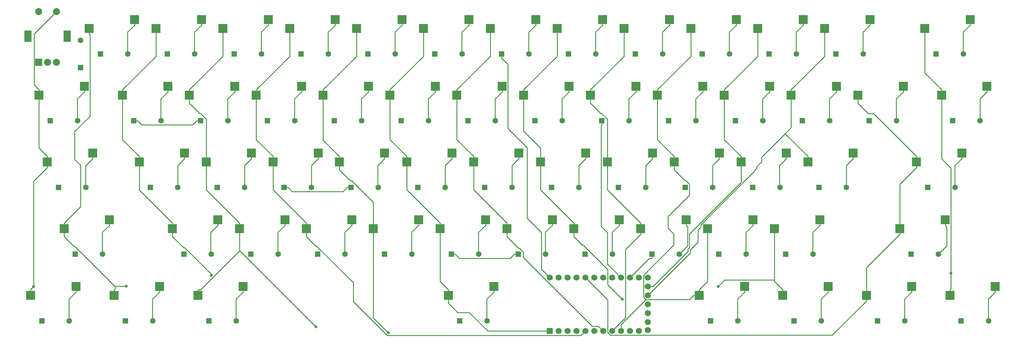
<source format=gbr>
%TF.GenerationSoftware,KiCad,Pcbnew,(5.1.9)-1*%
%TF.CreationDate,2021-02-15T21:30:29-05:00*%
%TF.ProjectId,60percent - Copy,36307065-7263-4656-9e74-202d20436f70,rev?*%
%TF.SameCoordinates,Original*%
%TF.FileFunction,Copper,L2,Bot*%
%TF.FilePolarity,Positive*%
%FSLAX46Y46*%
G04 Gerber Fmt 4.6, Leading zero omitted, Abs format (unit mm)*
G04 Created by KiCad (PCBNEW (5.1.9)-1) date 2021-02-15 21:30:29*
%MOMM*%
%LPD*%
G01*
G04 APERTURE LIST*
%TA.AperFunction,ComponentPad*%
%ADD10R,1.600000X1.600000*%
%TD*%
%TA.AperFunction,ComponentPad*%
%ADD11C,1.600000*%
%TD*%
%TA.AperFunction,SMDPad,CuDef*%
%ADD12R,2.550000X2.500000*%
%TD*%
%TA.AperFunction,ComponentPad*%
%ADD13C,2.000000*%
%TD*%
%TA.AperFunction,ComponentPad*%
%ADD14R,2.000000X3.200000*%
%TD*%
%TA.AperFunction,ComponentPad*%
%ADD15R,2.000000X2.000000*%
%TD*%
%TA.AperFunction,ComponentPad*%
%ADD16R,1.752600X1.752600*%
%TD*%
%TA.AperFunction,ComponentPad*%
%ADD17C,1.752600*%
%TD*%
%TA.AperFunction,ViaPad*%
%ADD18C,0.800000*%
%TD*%
%TA.AperFunction,Conductor*%
%ADD19C,0.250000*%
%TD*%
G04 APERTURE END LIST*
D10*
%TO.P,D1,1*%
%TO.N,/row0*%
X85725000Y-82480800D03*
D11*
%TO.P,D1,2*%
%TO.N,Net-(D1-Pad2)*%
X85725000Y-74680800D03*
%TD*%
D10*
%TO.P,D2,1*%
%TO.N,/row0*%
X91350000Y-78580800D03*
D11*
%TO.P,D2,2*%
%TO.N,Net-(D2-Pad2)*%
X99150000Y-78580800D03*
%TD*%
D10*
%TO.P,D3,1*%
%TO.N,/row0*%
X110400000Y-78580800D03*
D11*
%TO.P,D3,2*%
%TO.N,Net-(D3-Pad2)*%
X118200000Y-78580800D03*
%TD*%
%TO.P,D4,2*%
%TO.N,Net-(D4-Pad2)*%
X137250000Y-78580800D03*
D10*
%TO.P,D4,1*%
%TO.N,/row0*%
X129450000Y-78580800D03*
%TD*%
%TO.P,D5,1*%
%TO.N,/row0*%
X148500000Y-78580800D03*
D11*
%TO.P,D5,2*%
%TO.N,Net-(D5-Pad2)*%
X156300000Y-78580800D03*
%TD*%
D10*
%TO.P,D6,1*%
%TO.N,/row0*%
X167550000Y-78580800D03*
D11*
%TO.P,D6,2*%
%TO.N,Net-(D6-Pad2)*%
X175350000Y-78580800D03*
%TD*%
%TO.P,D7,2*%
%TO.N,Net-(D7-Pad2)*%
X194400000Y-78580800D03*
D10*
%TO.P,D7,1*%
%TO.N,/row0*%
X186600000Y-78580800D03*
%TD*%
%TO.P,D8,1*%
%TO.N,/row0*%
X205650000Y-78580800D03*
D11*
%TO.P,D8,2*%
%TO.N,Net-(D8-Pad2)*%
X213450000Y-78580800D03*
%TD*%
D10*
%TO.P,D9,1*%
%TO.N,/row0*%
X224700000Y-78580800D03*
D11*
%TO.P,D9,2*%
%TO.N,Net-(D9-Pad2)*%
X232500000Y-78580800D03*
%TD*%
%TO.P,D10,2*%
%TO.N,Net-(D10-Pad2)*%
X251550000Y-78580800D03*
D10*
%TO.P,D10,1*%
%TO.N,/row0*%
X243750000Y-78580800D03*
%TD*%
D11*
%TO.P,D11,2*%
%TO.N,Net-(D11-Pad2)*%
X270600000Y-78580800D03*
D10*
%TO.P,D11,1*%
%TO.N,/row0*%
X262800000Y-78580800D03*
%TD*%
%TO.P,D12,1*%
%TO.N,/row0*%
X281850000Y-78580800D03*
D11*
%TO.P,D12,2*%
%TO.N,Net-(D12-Pad2)*%
X289650000Y-78580800D03*
%TD*%
%TO.P,D13,2*%
%TO.N,Net-(D13-Pad2)*%
X308700000Y-78580800D03*
D10*
%TO.P,D13,1*%
%TO.N,/row0*%
X300900000Y-78580800D03*
%TD*%
D11*
%TO.P,D14,2*%
%TO.N,Net-(D14-Pad2)*%
X337276000Y-78580800D03*
D10*
%TO.P,D14,1*%
%TO.N,/row0*%
X329476000Y-78580800D03*
%TD*%
D11*
%TO.P,D15,2*%
%TO.N,Net-(D15-Pad2)*%
X84862500Y-97630800D03*
D10*
%TO.P,D15,1*%
%TO.N,/row1*%
X77062500Y-97630800D03*
%TD*%
D11*
%TO.P,D16,2*%
%TO.N,Net-(D16-Pad2)*%
X108675000Y-97630800D03*
D10*
%TO.P,D16,1*%
%TO.N,/row1*%
X100875000Y-97630800D03*
%TD*%
%TO.P,D17,1*%
%TO.N,/row1*%
X119925000Y-97630800D03*
D11*
%TO.P,D17,2*%
%TO.N,Net-(D17-Pad2)*%
X127725000Y-97630800D03*
%TD*%
%TO.P,D18,2*%
%TO.N,Net-(D18-Pad2)*%
X146775000Y-97630800D03*
D10*
%TO.P,D18,1*%
%TO.N,/row1*%
X138975000Y-97630800D03*
%TD*%
D11*
%TO.P,D19,2*%
%TO.N,Net-(D19-Pad2)*%
X165826000Y-97630800D03*
D10*
%TO.P,D19,1*%
%TO.N,/row1*%
X158026000Y-97630800D03*
%TD*%
%TO.P,D20,1*%
%TO.N,/row1*%
X177076000Y-97630800D03*
D11*
%TO.P,D20,2*%
%TO.N,Net-(D20-Pad2)*%
X184876000Y-97630800D03*
%TD*%
D10*
%TO.P,D21,1*%
%TO.N,/row1*%
X196126000Y-97630800D03*
D11*
%TO.P,D21,2*%
%TO.N,Net-(D21-Pad2)*%
X203926000Y-97630800D03*
%TD*%
D10*
%TO.P,D22,1*%
%TO.N,/row1*%
X215176000Y-97630800D03*
D11*
%TO.P,D22,2*%
%TO.N,Net-(D22-Pad2)*%
X222976000Y-97630800D03*
%TD*%
%TO.P,D23,2*%
%TO.N,Net-(D23-Pad2)*%
X242026000Y-97630800D03*
D10*
%TO.P,D23,1*%
%TO.N,/row1*%
X234226000Y-97630800D03*
%TD*%
%TO.P,D24,1*%
%TO.N,/row1*%
X253276000Y-97630800D03*
D11*
%TO.P,D24,2*%
%TO.N,Net-(D24-Pad2)*%
X261076000Y-97630800D03*
%TD*%
%TO.P,D25,2*%
%TO.N,Net-(D25-Pad2)*%
X280126000Y-97630800D03*
D10*
%TO.P,D25,1*%
%TO.N,/row1*%
X272326000Y-97630800D03*
%TD*%
%TO.P,D26,1*%
%TO.N,/row1*%
X291376000Y-97630800D03*
D11*
%TO.P,D26,2*%
%TO.N,Net-(D26-Pad2)*%
X299176000Y-97630800D03*
%TD*%
%TO.P,D27,2*%
%TO.N,Net-(D27-Pad2)*%
X318226000Y-97630800D03*
D10*
%TO.P,D27,1*%
%TO.N,/row1*%
X310426000Y-97630800D03*
%TD*%
%TO.P,D28,1*%
%TO.N,/row1*%
X334238000Y-97630800D03*
D11*
%TO.P,D28,2*%
%TO.N,Net-(D28-Pad2)*%
X342038000Y-97630800D03*
%TD*%
D10*
%TO.P,D29,1*%
%TO.N,/row2*%
X79443700Y-116681000D03*
D11*
%TO.P,D29,2*%
%TO.N,Net-(D29-Pad2)*%
X87243700Y-116681000D03*
%TD*%
D10*
%TO.P,D30,1*%
%TO.N,/row2*%
X105638000Y-116681000D03*
D11*
%TO.P,D30,2*%
%TO.N,Net-(D30-Pad2)*%
X113438000Y-116681000D03*
%TD*%
D10*
%TO.P,D31,1*%
%TO.N,/row2*%
X124688000Y-116681000D03*
D11*
%TO.P,D31,2*%
%TO.N,Net-(D31-Pad2)*%
X132488000Y-116681000D03*
%TD*%
%TO.P,D32,2*%
%TO.N,Net-(D32-Pad2)*%
X151538000Y-116681000D03*
D10*
%TO.P,D32,1*%
%TO.N,/row2*%
X143738000Y-116681000D03*
%TD*%
%TO.P,D33,1*%
%TO.N,/row2*%
X162788000Y-116681000D03*
D11*
%TO.P,D33,2*%
%TO.N,Net-(D33-Pad2)*%
X170588000Y-116681000D03*
%TD*%
%TO.P,D34,2*%
%TO.N,Net-(D34-Pad2)*%
X189638000Y-116681000D03*
D10*
%TO.P,D34,1*%
%TO.N,/row2*%
X181838000Y-116681000D03*
%TD*%
%TO.P,D35,1*%
%TO.N,/row2*%
X200888000Y-116681000D03*
D11*
%TO.P,D35,2*%
%TO.N,Net-(D35-Pad2)*%
X208688000Y-116681000D03*
%TD*%
%TO.P,D36,2*%
%TO.N,Net-(D36-Pad2)*%
X227738000Y-116681000D03*
D10*
%TO.P,D36,1*%
%TO.N,/row2*%
X219938000Y-116681000D03*
%TD*%
%TO.P,D37,1*%
%TO.N,/row2*%
X238988000Y-116681000D03*
D11*
%TO.P,D37,2*%
%TO.N,Net-(D37-Pad2)*%
X246788000Y-116681000D03*
%TD*%
%TO.P,D38,2*%
%TO.N,Net-(D38-Pad2)*%
X265838000Y-116681000D03*
D10*
%TO.P,D38,1*%
%TO.N,/row2*%
X258038000Y-116681000D03*
%TD*%
%TO.P,D39,1*%
%TO.N,/row2*%
X277204000Y-116681000D03*
D11*
%TO.P,D39,2*%
%TO.N,Net-(D39-Pad2)*%
X285004000Y-116681000D03*
%TD*%
%TO.P,D40,2*%
%TO.N,Net-(D40-Pad2)*%
X303938000Y-116681000D03*
D10*
%TO.P,D40,1*%
%TO.N,/row2*%
X296138000Y-116681000D03*
%TD*%
D11*
%TO.P,D41,2*%
%TO.N,Net-(D41-Pad2)*%
X334894000Y-116681000D03*
D10*
%TO.P,D41,1*%
%TO.N,/row2*%
X327094000Y-116681000D03*
%TD*%
D11*
%TO.P,D42,2*%
%TO.N,Net-(D42-Pad2)*%
X92006300Y-135731000D03*
D10*
%TO.P,D42,1*%
%TO.N,/row3*%
X84206300Y-135731000D03*
%TD*%
%TO.P,D43,1*%
%TO.N,/row3*%
X115162000Y-135731000D03*
D11*
%TO.P,D43,2*%
%TO.N,Net-(D43-Pad2)*%
X122962000Y-135731000D03*
%TD*%
%TO.P,D44,2*%
%TO.N,Net-(D44-Pad2)*%
X142012000Y-135731000D03*
D10*
%TO.P,D44,1*%
%TO.N,/row3*%
X134212000Y-135731000D03*
%TD*%
%TO.P,D45,1*%
%TO.N,/row3*%
X153262000Y-135731000D03*
D11*
%TO.P,D45,2*%
%TO.N,Net-(D45-Pad2)*%
X161062000Y-135731000D03*
%TD*%
%TO.P,D46,2*%
%TO.N,Net-(D46-Pad2)*%
X180112000Y-135731000D03*
D10*
%TO.P,D46,1*%
%TO.N,/row3*%
X172312000Y-135731000D03*
%TD*%
%TO.P,D47,1*%
%TO.N,/row3*%
X191362000Y-135731000D03*
D11*
%TO.P,D47,2*%
%TO.N,Net-(D47-Pad2)*%
X199162000Y-135731000D03*
%TD*%
%TO.P,D48,2*%
%TO.N,Net-(D48-Pad2)*%
X218212000Y-135731000D03*
D10*
%TO.P,D48,1*%
%TO.N,/row3*%
X210412000Y-135731000D03*
%TD*%
%TO.P,D49,1*%
%TO.N,/row3*%
X229462000Y-135731000D03*
D11*
%TO.P,D49,2*%
%TO.N,Net-(D49-Pad2)*%
X237262000Y-135731000D03*
%TD*%
%TO.P,D50,2*%
%TO.N,Net-(D50-Pad2)*%
X256312000Y-135731000D03*
D10*
%TO.P,D50,1*%
%TO.N,/row3*%
X248512000Y-135731000D03*
%TD*%
D11*
%TO.P,D51,2*%
%TO.N,Net-(D51-Pad2)*%
X275362000Y-135731000D03*
D10*
%TO.P,D51,1*%
%TO.N,/row3*%
X267562000Y-135731000D03*
%TD*%
D11*
%TO.P,D52,2*%
%TO.N,Net-(D52-Pad2)*%
X294412000Y-135731000D03*
D10*
%TO.P,D52,1*%
%TO.N,/row3*%
X286612000Y-135731000D03*
%TD*%
%TO.P,D53,1*%
%TO.N,/row3*%
X322332000Y-135731000D03*
D11*
%TO.P,D53,2*%
%TO.N,Net-(D53-Pad2)*%
X330132000Y-135731000D03*
%TD*%
%TO.P,D54,2*%
%TO.N,Net-(D54-Pad2)*%
X82481300Y-154781000D03*
D10*
%TO.P,D54,1*%
%TO.N,/row4*%
X74681300Y-154781000D03*
%TD*%
%TO.P,D55,1*%
%TO.N,/row4*%
X98494000Y-154781000D03*
D11*
%TO.P,D55,2*%
%TO.N,Net-(D55-Pad2)*%
X106294000Y-154781000D03*
%TD*%
%TO.P,D56,2*%
%TO.N,Net-(D56-Pad2)*%
X130106000Y-154781000D03*
D10*
%TO.P,D56,1*%
%TO.N,/row4*%
X122306000Y-154781000D03*
%TD*%
%TO.P,D57,1*%
%TO.N,/row4*%
X193744000Y-154781000D03*
D11*
%TO.P,D57,2*%
%TO.N,Net-(D57-Pad2)*%
X201544000Y-154781000D03*
%TD*%
%TO.P,D58,2*%
%TO.N,Net-(D58-Pad2)*%
X272982000Y-154781000D03*
D10*
%TO.P,D58,1*%
%TO.N,/row4*%
X265182000Y-154781000D03*
%TD*%
%TO.P,D59,1*%
%TO.N,/row4*%
X288994000Y-154781000D03*
D11*
%TO.P,D59,2*%
%TO.N,Net-(D59-Pad2)*%
X296794000Y-154781000D03*
%TD*%
%TO.P,D60,2*%
%TO.N,Net-(D60-Pad2)*%
X320606000Y-154781000D03*
D10*
%TO.P,D60,1*%
%TO.N,/row4*%
X312806000Y-154781000D03*
%TD*%
%TO.P,D61,1*%
%TO.N,/row4*%
X336618000Y-154781000D03*
D11*
%TO.P,D61,2*%
%TO.N,Net-(D61-Pad2)*%
X344418000Y-154781000D03*
%TD*%
D12*
%TO.P,K1,2*%
%TO.N,Net-(D2-Pad2)*%
X101092000Y-68738800D03*
%TO.P,K1,1*%
%TO.N,/col1*%
X88165000Y-71278800D03*
%TD*%
%TO.P,K2,1*%
%TO.N,/col2*%
X107215000Y-71278800D03*
%TO.P,K2,2*%
%TO.N,Net-(D3-Pad2)*%
X120142000Y-68738800D03*
%TD*%
%TO.P,K3,1*%
%TO.N,/col3*%
X126265000Y-71278800D03*
%TO.P,K3,2*%
%TO.N,Net-(D4-Pad2)*%
X139192000Y-68738800D03*
%TD*%
%TO.P,K4,2*%
%TO.N,Net-(D5-Pad2)*%
X158242000Y-68738800D03*
%TO.P,K4,1*%
%TO.N,/col4*%
X145315000Y-71278800D03*
%TD*%
%TO.P,K5,1*%
%TO.N,/col5*%
X164365000Y-71278800D03*
%TO.P,K5,2*%
%TO.N,Net-(D6-Pad2)*%
X177292000Y-68738800D03*
%TD*%
%TO.P,K6,2*%
%TO.N,Net-(D7-Pad2)*%
X196342000Y-68738800D03*
%TO.P,K6,1*%
%TO.N,/col6*%
X183415000Y-71278800D03*
%TD*%
%TO.P,K7,2*%
%TO.N,Net-(D8-Pad2)*%
X215392000Y-68738800D03*
%TO.P,K7,1*%
%TO.N,/col7*%
X202465000Y-71278800D03*
%TD*%
%TO.P,K8,2*%
%TO.N,Net-(D9-Pad2)*%
X234442000Y-68738800D03*
%TO.P,K8,1*%
%TO.N,/col8*%
X221515000Y-71278800D03*
%TD*%
%TO.P,K9,1*%
%TO.N,/col9*%
X240565000Y-71278800D03*
%TO.P,K9,2*%
%TO.N,Net-(D10-Pad2)*%
X253492000Y-68738800D03*
%TD*%
%TO.P,K10,1*%
%TO.N,/col10*%
X259615000Y-71278800D03*
%TO.P,K10,2*%
%TO.N,Net-(D11-Pad2)*%
X272542000Y-68738800D03*
%TD*%
%TO.P,K11,2*%
%TO.N,Net-(D12-Pad2)*%
X291592000Y-68738800D03*
%TO.P,K11,1*%
%TO.N,/col11*%
X278665000Y-71278800D03*
%TD*%
%TO.P,K12,2*%
%TO.N,Net-(D13-Pad2)*%
X310642000Y-68738800D03*
%TO.P,K12,1*%
%TO.N,/col12*%
X297715000Y-71278800D03*
%TD*%
%TO.P,K13,1*%
%TO.N,/col14*%
X326291000Y-71278800D03*
%TO.P,K13,2*%
%TO.N,Net-(D14-Pad2)*%
X339218000Y-68738800D03*
%TD*%
%TO.P,K14,1*%
%TO.N,/col0*%
X73877500Y-90328800D03*
%TO.P,K14,2*%
%TO.N,Net-(D15-Pad2)*%
X86804500Y-87788800D03*
%TD*%
%TO.P,K27,2*%
%TO.N,Net-(D28-Pad2)*%
X343980000Y-87788800D03*
%TO.P,K27,1*%
%TO.N,/col14*%
X331053000Y-90328800D03*
%TD*%
%TO.P,K28,1*%
%TO.N,/col0*%
X76258700Y-109379000D03*
%TO.P,K28,2*%
%TO.N,Net-(D29-Pad2)*%
X89185700Y-106839000D03*
%TD*%
%TO.P,K29,1*%
%TO.N,/col2*%
X102453000Y-109379000D03*
%TO.P,K29,2*%
%TO.N,Net-(D30-Pad2)*%
X115380000Y-106839000D03*
%TD*%
%TO.P,K30,2*%
%TO.N,Net-(D31-Pad2)*%
X134430000Y-106839000D03*
%TO.P,K30,1*%
%TO.N,/col3*%
X121503000Y-109379000D03*
%TD*%
%TO.P,K31,2*%
%TO.N,Net-(D32-Pad2)*%
X153480000Y-106839000D03*
%TO.P,K31,1*%
%TO.N,/col4*%
X140553000Y-109379000D03*
%TD*%
%TO.P,K32,2*%
%TO.N,Net-(D33-Pad2)*%
X172370000Y-106839000D03*
%TO.P,K32,1*%
%TO.N,/col5*%
X159443000Y-109379000D03*
%TD*%
%TO.P,K33,1*%
%TO.N,/col6*%
X178653000Y-109379000D03*
%TO.P,K33,2*%
%TO.N,Net-(D34-Pad2)*%
X191580000Y-106839000D03*
%TD*%
%TO.P,K34,2*%
%TO.N,Net-(D35-Pad2)*%
X210630000Y-106839000D03*
%TO.P,K34,1*%
%TO.N,/col7*%
X197703000Y-109379000D03*
%TD*%
%TO.P,K35,2*%
%TO.N,Net-(D36-Pad2)*%
X229680000Y-106839000D03*
%TO.P,K35,1*%
%TO.N,/col8*%
X216753000Y-109379000D03*
%TD*%
%TO.P,K36,1*%
%TO.N,/col9*%
X235803000Y-109379000D03*
%TO.P,K36,2*%
%TO.N,Net-(D37-Pad2)*%
X248730000Y-106839000D03*
%TD*%
%TO.P,K37,1*%
%TO.N,/col10*%
X254853000Y-109379000D03*
%TO.P,K37,2*%
%TO.N,Net-(D38-Pad2)*%
X267780000Y-106839000D03*
%TD*%
%TO.P,K38,1*%
%TO.N,/col11*%
X273903000Y-109379000D03*
%TO.P,K38,2*%
%TO.N,Net-(D39-Pad2)*%
X286830000Y-106839000D03*
%TD*%
%TO.P,K39,1*%
%TO.N,/col12*%
X292953000Y-109379000D03*
%TO.P,K39,2*%
%TO.N,Net-(D40-Pad2)*%
X305880000Y-106839000D03*
%TD*%
%TO.P,K40,1*%
%TO.N,/col13*%
X323909000Y-109379000D03*
%TO.P,K40,2*%
%TO.N,Net-(D41-Pad2)*%
X336836000Y-106839000D03*
%TD*%
%TO.P,K41,2*%
%TO.N,Net-(D42-Pad2)*%
X93948300Y-125889000D03*
%TO.P,K41,1*%
%TO.N,/col1*%
X81021300Y-128429000D03*
%TD*%
%TO.P,K42,1*%
%TO.N,/col2*%
X111919000Y-128429000D03*
%TO.P,K42,2*%
%TO.N,Net-(D43-Pad2)*%
X124846000Y-125889000D03*
%TD*%
%TO.P,K43,1*%
%TO.N,/col3*%
X131027000Y-128429000D03*
%TO.P,K43,2*%
%TO.N,Net-(D44-Pad2)*%
X143954000Y-125889000D03*
%TD*%
%TO.P,K44,1*%
%TO.N,/col4*%
X150077000Y-128429000D03*
%TO.P,K44,2*%
%TO.N,Net-(D45-Pad2)*%
X163004000Y-125889000D03*
%TD*%
%TO.P,K45,2*%
%TO.N,Net-(D46-Pad2)*%
X182054000Y-125889000D03*
%TO.P,K45,1*%
%TO.N,/col5*%
X169127000Y-128429000D03*
%TD*%
%TO.P,K46,2*%
%TO.N,Net-(D47-Pad2)*%
X201104000Y-125889000D03*
%TO.P,K46,1*%
%TO.N,/col6*%
X188177000Y-128429000D03*
%TD*%
%TO.P,K47,2*%
%TO.N,Net-(D48-Pad2)*%
X220154000Y-125889000D03*
%TO.P,K47,1*%
%TO.N,/col7*%
X207227000Y-128429000D03*
%TD*%
%TO.P,K48,2*%
%TO.N,Net-(D49-Pad2)*%
X239204000Y-125889000D03*
%TO.P,K48,1*%
%TO.N,/col8*%
X226277000Y-128429000D03*
%TD*%
%TO.P,K49,1*%
%TO.N,/col9*%
X245327000Y-128429000D03*
%TO.P,K49,2*%
%TO.N,Net-(D50-Pad2)*%
X258254000Y-125889000D03*
%TD*%
%TO.P,K50,1*%
%TO.N,/col10*%
X264377000Y-128429000D03*
%TO.P,K50,2*%
%TO.N,Net-(D51-Pad2)*%
X277304000Y-125889000D03*
%TD*%
%TO.P,K51,1*%
%TO.N,/col11*%
X283427000Y-128429000D03*
%TO.P,K51,2*%
%TO.N,Net-(D52-Pad2)*%
X296354000Y-125889000D03*
%TD*%
%TO.P,K52,1*%
%TO.N,/col13*%
X319147000Y-128429000D03*
%TO.P,K52,2*%
%TO.N,Net-(D53-Pad2)*%
X332074000Y-125889000D03*
%TD*%
%TO.P,K53,2*%
%TO.N,Net-(D54-Pad2)*%
X84423300Y-144939000D03*
%TO.P,K53,1*%
%TO.N,/col0*%
X71496300Y-147479000D03*
%TD*%
%TO.P,K54,1*%
%TO.N,/col1*%
X95309000Y-147479000D03*
%TO.P,K54,2*%
%TO.N,Net-(D55-Pad2)*%
X108236000Y-144939000D03*
%TD*%
%TO.P,K55,1*%
%TO.N,/col3*%
X119121000Y-147479000D03*
%TO.P,K55,2*%
%TO.N,Net-(D56-Pad2)*%
X132048000Y-144939000D03*
%TD*%
%TO.P,K56,1*%
%TO.N,/col6*%
X190559000Y-147479000D03*
%TO.P,K56,2*%
%TO.N,Net-(D57-Pad2)*%
X203486000Y-144939000D03*
%TD*%
%TO.P,K57,1*%
%TO.N,/col10*%
X261997000Y-147479000D03*
%TO.P,K57,2*%
%TO.N,Net-(D58-Pad2)*%
X274924000Y-144939000D03*
%TD*%
%TO.P,K58,2*%
%TO.N,Net-(D59-Pad2)*%
X298736000Y-144939000D03*
%TO.P,K58,1*%
%TO.N,/col11*%
X285809000Y-147479000D03*
%TD*%
%TO.P,K59,1*%
%TO.N,/col13*%
X309621000Y-147479000D03*
%TO.P,K59,2*%
%TO.N,Net-(D60-Pad2)*%
X322548000Y-144939000D03*
%TD*%
%TO.P,K60,2*%
%TO.N,Net-(D61-Pad2)*%
X346360000Y-144939000D03*
%TO.P,K60,1*%
%TO.N,/col14*%
X333433000Y-147479000D03*
%TD*%
D13*
%TO.P,SW1,S1*%
%TO.N,/col0*%
X78818700Y-66462800D03*
%TO.P,SW1,S2*%
%TO.N,Net-(D1-Pad2)*%
X73818700Y-66462800D03*
D14*
%TO.P,SW1,MP*%
%TO.N,N/C*%
X81918700Y-73462800D03*
X70718700Y-73462800D03*
D13*
%TO.P,SW1,B*%
%TO.N,/rotA*%
X78818700Y-80962800D03*
%TO.P,SW1,C*%
%TO.N,/vcc*%
X76318700Y-80962800D03*
D15*
%TO.P,SW1,A*%
%TO.N,/rotB*%
X73818700Y-80962800D03*
%TD*%
D16*
%TO.P,U1,1*%
%TO.N,/col6*%
X219392000Y-157639000D03*
D17*
%TO.P,U1,2*%
%TO.N,/col5*%
X221932000Y-157639000D03*
%TO.P,U1,3*%
%TO.N,+5V*%
X224472000Y-157639000D03*
%TO.P,U1,4*%
%TO.N,Net-(U1-Pad4)*%
X227012000Y-157639000D03*
%TO.P,U1,5*%
%TO.N,/col4*%
X229552000Y-157639000D03*
%TO.P,U1,6*%
%TO.N,/col3*%
X232092000Y-157639000D03*
%TO.P,U1,7*%
%TO.N,/col7*%
X234632000Y-157639000D03*
%TO.P,U1,8*%
%TO.N,/col9*%
X237172000Y-157639000D03*
%TO.P,U1,9*%
%TO.N,/col10*%
X239712000Y-157639000D03*
%TO.P,U1,10*%
%TO.N,Net-(U1-Pad10)*%
X242252000Y-157639000D03*
%TO.P,U1,11*%
%TO.N,/row4*%
X244792000Y-157639000D03*
%TO.P,U1,13*%
%TO.N,/col1*%
X247332000Y-142399000D03*
%TO.P,U1,14*%
%TO.N,/row2*%
X244792000Y-142399000D03*
%TO.P,U1,15*%
%TO.N,/row3*%
X242252000Y-142399000D03*
%TO.P,U1,16*%
%TO.N,/row1*%
X239712000Y-142399000D03*
%TO.P,U1,17*%
%TO.N,/rotB*%
X237172000Y-142399000D03*
%TO.P,U1,18*%
%TO.N,/rotA*%
X234632000Y-142399000D03*
%TO.P,U1,19*%
%TO.N,/col14*%
X232092000Y-142399000D03*
%TO.P,U1,20*%
%TO.N,/col13*%
X229552000Y-142399000D03*
%TO.P,U1,21*%
%TO.N,/vcc*%
X227012000Y-142399000D03*
%TO.P,U1,22*%
%TO.N,Net-(U1-Pad22)*%
X224472000Y-142399000D03*
%TO.P,U1,23*%
%TO.N,Net-(U1-Pad23)*%
X221932000Y-142399000D03*
%TO.P,U1,12*%
%TO.N,/col0*%
X247332000Y-157410400D03*
%TO.P,U1,24*%
%TO.N,/row0*%
X219392000Y-142399000D03*
%TO.P,U1,29*%
%TO.N,/col11*%
X247332000Y-144939000D03*
%TO.P,U1,28*%
%TO.N,/col12*%
X247332000Y-147479000D03*
%TO.P,U1,27*%
%TO.N,Net-(U1-Pad27)*%
X247332000Y-150019000D03*
%TO.P,U1,26*%
%TO.N,/col8*%
X247332000Y-152559000D03*
%TO.P,U1,25*%
%TO.N,/col2*%
X247332000Y-155099000D03*
%TD*%
D12*
%TO.P,K15,2*%
%TO.N,Net-(D16-Pad2)*%
X110617000Y-87788800D03*
%TO.P,K15,1*%
%TO.N,/col2*%
X97690000Y-90328800D03*
%TD*%
%TO.P,K16,1*%
%TO.N,/col3*%
X116740000Y-90328800D03*
%TO.P,K16,2*%
%TO.N,Net-(D17-Pad2)*%
X129667000Y-87788800D03*
%TD*%
%TO.P,K17,2*%
%TO.N,Net-(D18-Pad2)*%
X148717000Y-87788800D03*
%TO.P,K17,1*%
%TO.N,/col4*%
X135790000Y-90328800D03*
%TD*%
%TO.P,K18,1*%
%TO.N,/col5*%
X154841000Y-90328800D03*
%TO.P,K18,2*%
%TO.N,Net-(D19-Pad2)*%
X167768000Y-87788800D03*
%TD*%
%TO.P,K19,1*%
%TO.N,/col6*%
X173891000Y-90328800D03*
%TO.P,K19,2*%
%TO.N,Net-(D20-Pad2)*%
X186818000Y-87788800D03*
%TD*%
%TO.P,K20,2*%
%TO.N,Net-(D21-Pad2)*%
X205868000Y-87788800D03*
%TO.P,K20,1*%
%TO.N,/col7*%
X192941000Y-90328800D03*
%TD*%
%TO.P,K21,2*%
%TO.N,Net-(D22-Pad2)*%
X224918000Y-87788800D03*
%TO.P,K21,1*%
%TO.N,/col8*%
X211991000Y-90328800D03*
%TD*%
%TO.P,K22,1*%
%TO.N,/col9*%
X231041000Y-90328800D03*
%TO.P,K22,2*%
%TO.N,Net-(D23-Pad2)*%
X243968000Y-87788800D03*
%TD*%
%TO.P,K23,1*%
%TO.N,/col10*%
X250091000Y-90328800D03*
%TO.P,K23,2*%
%TO.N,Net-(D24-Pad2)*%
X263018000Y-87788800D03*
%TD*%
%TO.P,K24,1*%
%TO.N,/col11*%
X269141000Y-90328800D03*
%TO.P,K24,2*%
%TO.N,Net-(D25-Pad2)*%
X282068000Y-87788800D03*
%TD*%
%TO.P,K25,2*%
%TO.N,Net-(D26-Pad2)*%
X301118000Y-87788800D03*
%TO.P,K25,1*%
%TO.N,/col12*%
X288191000Y-90328800D03*
%TD*%
%TO.P,K26,2*%
%TO.N,Net-(D27-Pad2)*%
X320168000Y-87788800D03*
%TO.P,K26,1*%
%TO.N,/col13*%
X307241000Y-90328800D03*
%TD*%
D18*
%TO.N,/col1*%
X98776600Y-144857300D03*
%TO.N,/col2*%
X122968500Y-141762800D03*
%TO.N,/col3*%
X152772600Y-156437400D03*
%TO.N,/col5*%
X173389800Y-158150400D03*
%TO.N,/col8*%
X240037100Y-148534900D03*
%TO.N,/col11*%
X267372000Y-144939000D03*
%TO.N,/col14*%
X333707100Y-141123300D03*
%TO.N,/col0*%
X72317100Y-144951000D03*
%TD*%
D19*
%TO.N,/row0*%
X205650000Y-79706100D02*
X207482600Y-81538700D01*
X207482600Y-81538700D02*
X207482600Y-99805800D01*
X207482600Y-99805800D02*
X212959600Y-105282800D01*
X212959600Y-105282800D02*
X212959600Y-125453000D01*
X212959600Y-125453000D02*
X217033900Y-129527300D01*
X217033900Y-129527300D02*
X217033900Y-140040900D01*
X217033900Y-140040900D02*
X219392000Y-142399000D01*
X205650000Y-78580800D02*
X205650000Y-79706100D01*
%TO.N,Net-(D2-Pad2)*%
X101092000Y-68738800D02*
X101092000Y-70314100D01*
X101092000Y-70314100D02*
X99079400Y-72326700D01*
X99079400Y-72326700D02*
X99079400Y-78510200D01*
X99079400Y-78510200D02*
X99150000Y-78580800D01*
%TO.N,Net-(D3-Pad2)*%
X120142000Y-68738800D02*
X120142000Y-70314100D01*
X120142000Y-70314100D02*
X118129400Y-72326700D01*
X118129400Y-72326700D02*
X118129400Y-78510200D01*
X118129400Y-78510200D02*
X118200000Y-78580800D01*
%TO.N,Net-(D4-Pad2)*%
X139192000Y-68738800D02*
X139192000Y-70314100D01*
X139192000Y-70314100D02*
X137179400Y-72326700D01*
X137179400Y-72326700D02*
X137179400Y-78510200D01*
X137179400Y-78510200D02*
X137250000Y-78580800D01*
%TO.N,Net-(D5-Pad2)*%
X158242000Y-68738800D02*
X158242000Y-70314100D01*
X158242000Y-70314100D02*
X156229400Y-72326700D01*
X156229400Y-72326700D02*
X156229400Y-78510200D01*
X156229400Y-78510200D02*
X156300000Y-78580800D01*
%TO.N,Net-(D6-Pad2)*%
X177292000Y-68738800D02*
X177292000Y-70314100D01*
X177292000Y-70314100D02*
X175279400Y-72326700D01*
X175279400Y-72326700D02*
X175279400Y-78510200D01*
X175279400Y-78510200D02*
X175350000Y-78580800D01*
%TO.N,Net-(D7-Pad2)*%
X196342000Y-68738800D02*
X196342000Y-70314100D01*
X196342000Y-70314100D02*
X194329400Y-72326700D01*
X194329400Y-72326700D02*
X194329400Y-78510200D01*
X194329400Y-78510200D02*
X194400000Y-78580800D01*
%TO.N,Net-(D8-Pad2)*%
X215392000Y-68738800D02*
X215392000Y-70314100D01*
X215392000Y-70314100D02*
X213379400Y-72326700D01*
X213379400Y-72326700D02*
X213379400Y-78510200D01*
X213379400Y-78510200D02*
X213450000Y-78580800D01*
%TO.N,Net-(D9-Pad2)*%
X234442000Y-68738800D02*
X234442000Y-70314100D01*
X234442000Y-70314100D02*
X232429400Y-72326700D01*
X232429400Y-72326700D02*
X232429400Y-78510200D01*
X232429400Y-78510200D02*
X232500000Y-78580800D01*
%TO.N,Net-(D10-Pad2)*%
X253492000Y-68738800D02*
X253492000Y-70314100D01*
X253492000Y-70314100D02*
X251479400Y-72326700D01*
X251479400Y-72326700D02*
X251479400Y-78510200D01*
X251479400Y-78510200D02*
X251550000Y-78580800D01*
%TO.N,Net-(D11-Pad2)*%
X272542000Y-68738800D02*
X272542000Y-70314100D01*
X272542000Y-70314100D02*
X270529400Y-72326700D01*
X270529400Y-72326700D02*
X270529400Y-78510200D01*
X270529400Y-78510200D02*
X270600000Y-78580800D01*
%TO.N,Net-(D12-Pad2)*%
X291592000Y-68738800D02*
X291592000Y-70314100D01*
X291592000Y-70314100D02*
X289579400Y-72326700D01*
X289579400Y-72326700D02*
X289579400Y-78510200D01*
X289579400Y-78510200D02*
X289650000Y-78580800D01*
%TO.N,Net-(D13-Pad2)*%
X310642000Y-68738800D02*
X310642000Y-70314100D01*
X310642000Y-70314100D02*
X308629400Y-72326700D01*
X308629400Y-72326700D02*
X308629400Y-78510200D01*
X308629400Y-78510200D02*
X308700000Y-78580800D01*
%TO.N,Net-(D14-Pad2)*%
X339218000Y-68738800D02*
X339218000Y-70314100D01*
X339218000Y-70314100D02*
X337205400Y-72326700D01*
X337205400Y-72326700D02*
X337205400Y-78510200D01*
X337205400Y-78510200D02*
X337276000Y-78580800D01*
%TO.N,Net-(D15-Pad2)*%
X86804500Y-87788800D02*
X86804500Y-89364100D01*
X86804500Y-89364100D02*
X84801900Y-91366700D01*
X84801900Y-91366700D02*
X84801900Y-97570200D01*
X84801900Y-97570200D02*
X84862500Y-97630800D01*
%TO.N,/row1*%
X100875000Y-97630800D02*
X102000300Y-97630800D01*
X119925000Y-97630800D02*
X118799700Y-97630800D01*
X118799700Y-97630800D02*
X117674400Y-98756100D01*
X117674400Y-98756100D02*
X103125600Y-98756100D01*
X103125600Y-98756100D02*
X102000300Y-97630800D01*
X234226000Y-97630800D02*
X234226000Y-98756100D01*
X239712000Y-142399000D02*
X235856500Y-138543500D01*
X235856500Y-138543500D02*
X235856500Y-129583000D01*
X235856500Y-129583000D02*
X234058200Y-127784700D01*
X234058200Y-127784700D02*
X234058200Y-98923900D01*
X234058200Y-98923900D02*
X234226000Y-98756100D01*
%TO.N,Net-(D16-Pad2)*%
X110617000Y-87788800D02*
X110617000Y-89364100D01*
X110617000Y-89364100D02*
X108604400Y-91376700D01*
X108604400Y-91376700D02*
X108604400Y-97560200D01*
X108604400Y-97560200D02*
X108675000Y-97630800D01*
%TO.N,Net-(D17-Pad2)*%
X129667000Y-87788800D02*
X129667000Y-89364100D01*
X129667000Y-89364100D02*
X127654400Y-91376700D01*
X127654400Y-91376700D02*
X127654400Y-97560200D01*
X127654400Y-97560200D02*
X127725000Y-97630800D01*
%TO.N,Net-(D18-Pad2)*%
X148717000Y-87788800D02*
X148717000Y-89364100D01*
X148717000Y-89364100D02*
X146704400Y-91376700D01*
X146704400Y-91376700D02*
X146704400Y-97560200D01*
X146704400Y-97560200D02*
X146775000Y-97630800D01*
%TO.N,Net-(D19-Pad2)*%
X167768000Y-87788800D02*
X167768000Y-89364100D01*
X167768000Y-89364100D02*
X165755400Y-91376700D01*
X165755400Y-91376700D02*
X165755400Y-97560200D01*
X165755400Y-97560200D02*
X165826000Y-97630800D01*
%TO.N,Net-(D20-Pad2)*%
X186818000Y-87788800D02*
X186818000Y-89364100D01*
X186818000Y-89364100D02*
X184805400Y-91376700D01*
X184805400Y-91376700D02*
X184805400Y-97560200D01*
X184805400Y-97560200D02*
X184876000Y-97630800D01*
%TO.N,Net-(D21-Pad2)*%
X205868000Y-87788800D02*
X205868000Y-89364100D01*
X205868000Y-89364100D02*
X203855400Y-91376700D01*
X203855400Y-91376700D02*
X203855400Y-97560200D01*
X203855400Y-97560200D02*
X203926000Y-97630800D01*
%TO.N,Net-(D22-Pad2)*%
X224918000Y-87788800D02*
X224918000Y-89364100D01*
X224918000Y-89364100D02*
X222905400Y-91376700D01*
X222905400Y-91376700D02*
X222905400Y-97560200D01*
X222905400Y-97560200D02*
X222976000Y-97630800D01*
%TO.N,Net-(D23-Pad2)*%
X243968000Y-87788800D02*
X243968000Y-89364100D01*
X243968000Y-89364100D02*
X241955400Y-91376700D01*
X241955400Y-91376700D02*
X241955400Y-97560200D01*
X241955400Y-97560200D02*
X242026000Y-97630800D01*
%TO.N,Net-(D24-Pad2)*%
X263018000Y-87788800D02*
X263018000Y-89364100D01*
X263018000Y-89364100D02*
X261005400Y-91376700D01*
X261005400Y-91376700D02*
X261005400Y-97560200D01*
X261005400Y-97560200D02*
X261076000Y-97630800D01*
%TO.N,Net-(D25-Pad2)*%
X282068000Y-87788800D02*
X282068000Y-89364100D01*
X282068000Y-89364100D02*
X280055400Y-91376700D01*
X280055400Y-91376700D02*
X280055400Y-97560200D01*
X280055400Y-97560200D02*
X280126000Y-97630800D01*
%TO.N,Net-(D26-Pad2)*%
X301118000Y-87788800D02*
X301118000Y-89364100D01*
X301118000Y-89364100D02*
X299105400Y-91376700D01*
X299105400Y-91376700D02*
X299105400Y-97560200D01*
X299105400Y-97560200D02*
X299176000Y-97630800D01*
%TO.N,Net-(D27-Pad2)*%
X320168000Y-87788800D02*
X320168000Y-89364100D01*
X320168000Y-89364100D02*
X318155400Y-91376700D01*
X318155400Y-91376700D02*
X318155400Y-97560200D01*
X318155400Y-97560200D02*
X318226000Y-97630800D01*
%TO.N,Net-(D28-Pad2)*%
X343980000Y-87788800D02*
X343980000Y-89364100D01*
X343980000Y-89364100D02*
X341967400Y-91376700D01*
X341967400Y-91376700D02*
X341967400Y-97560200D01*
X341967400Y-97560200D02*
X342038000Y-97630800D01*
%TO.N,Net-(D29-Pad2)*%
X89185700Y-106839000D02*
X89185700Y-108414300D01*
X89185700Y-108414300D02*
X87163600Y-110436400D01*
X87163600Y-110436400D02*
X87163600Y-116600900D01*
X87163600Y-116600900D02*
X87243700Y-116681000D01*
%TO.N,/row2*%
X143738000Y-116681000D02*
X144863300Y-116681000D01*
X162788000Y-116681000D02*
X161662700Y-116681000D01*
X161662700Y-116681000D02*
X160537400Y-117806300D01*
X160537400Y-117806300D02*
X145988600Y-117806300D01*
X145988600Y-117806300D02*
X144863300Y-116681000D01*
%TO.N,Net-(D30-Pad2)*%
X115380000Y-106839000D02*
X115380000Y-108414300D01*
X115380000Y-108414300D02*
X113367400Y-110426900D01*
X113367400Y-110426900D02*
X113367400Y-116610400D01*
X113367400Y-116610400D02*
X113438000Y-116681000D01*
%TO.N,Net-(D31-Pad2)*%
X134430000Y-106839000D02*
X134430000Y-108414300D01*
X134430000Y-108414300D02*
X132417400Y-110426900D01*
X132417400Y-110426900D02*
X132417400Y-116610400D01*
X132417400Y-116610400D02*
X132488000Y-116681000D01*
%TO.N,Net-(D32-Pad2)*%
X153480000Y-106839000D02*
X153480000Y-108414300D01*
X153480000Y-108414300D02*
X151467400Y-110426900D01*
X151467400Y-110426900D02*
X151467400Y-116610400D01*
X151467400Y-116610400D02*
X151538000Y-116681000D01*
%TO.N,Net-(D33-Pad2)*%
X172370000Y-106839000D02*
X172370000Y-108414300D01*
X172370000Y-108414300D02*
X170406900Y-110377400D01*
X170406900Y-110377400D02*
X170406900Y-116499900D01*
X170406900Y-116499900D02*
X170588000Y-116681000D01*
%TO.N,Net-(D34-Pad2)*%
X191580000Y-106839000D02*
X191580000Y-108414300D01*
X191580000Y-108414300D02*
X189567400Y-110426900D01*
X189567400Y-110426900D02*
X189567400Y-116610400D01*
X189567400Y-116610400D02*
X189638000Y-116681000D01*
%TO.N,Net-(D35-Pad2)*%
X210630000Y-106839000D02*
X210630000Y-108414300D01*
X210630000Y-108414300D02*
X208617400Y-110426900D01*
X208617400Y-110426900D02*
X208617400Y-116610400D01*
X208617400Y-116610400D02*
X208688000Y-116681000D01*
%TO.N,Net-(D36-Pad2)*%
X229680000Y-106839000D02*
X229680000Y-108414300D01*
X229680000Y-108414300D02*
X227667400Y-110426900D01*
X227667400Y-110426900D02*
X227667400Y-116610400D01*
X227667400Y-116610400D02*
X227738000Y-116681000D01*
%TO.N,Net-(D37-Pad2)*%
X248730000Y-106839000D02*
X248730000Y-108414300D01*
X248730000Y-108414300D02*
X246717400Y-110426900D01*
X246717400Y-110426900D02*
X246717400Y-116610400D01*
X246717400Y-116610400D02*
X246788000Y-116681000D01*
%TO.N,Net-(D38-Pad2)*%
X267780000Y-106839000D02*
X267780000Y-108414300D01*
X267780000Y-108414300D02*
X265767400Y-110426900D01*
X265767400Y-110426900D02*
X265767400Y-116610400D01*
X265767400Y-116610400D02*
X265838000Y-116681000D01*
%TO.N,Net-(D39-Pad2)*%
X286830000Y-106839000D02*
X286830000Y-108414300D01*
X286830000Y-108414300D02*
X284833900Y-110410400D01*
X284833900Y-110410400D02*
X284833900Y-116510900D01*
X284833900Y-116510900D02*
X285004000Y-116681000D01*
%TO.N,Net-(D40-Pad2)*%
X305880000Y-106839000D02*
X305880000Y-108414300D01*
X305880000Y-108414300D02*
X303867400Y-110426900D01*
X303867400Y-110426900D02*
X303867400Y-116610400D01*
X303867400Y-116610400D02*
X303938000Y-116681000D01*
%TO.N,Net-(D41-Pad2)*%
X336836000Y-106839000D02*
X336836000Y-108414300D01*
X336836000Y-108414300D02*
X334826800Y-110423500D01*
X334826800Y-110423500D02*
X334826800Y-116613800D01*
X334826800Y-116613800D02*
X334894000Y-116681000D01*
%TO.N,Net-(D42-Pad2)*%
X93948300Y-125889000D02*
X93948300Y-127464300D01*
X93948300Y-127464300D02*
X91935700Y-129476900D01*
X91935700Y-129476900D02*
X91935700Y-135660400D01*
X91935700Y-135660400D02*
X92006300Y-135731000D01*
%TO.N,/row3*%
X191362000Y-135731000D02*
X192487300Y-135731000D01*
X210412000Y-135731000D02*
X209286700Y-135731000D01*
X209286700Y-135731000D02*
X208161400Y-136856300D01*
X208161400Y-136856300D02*
X193612600Y-136856300D01*
X193612600Y-136856300D02*
X192487300Y-135731000D01*
X248512000Y-135731000D02*
X248512000Y-136856300D01*
X242252000Y-142399000D02*
X247794700Y-136856300D01*
X247794700Y-136856300D02*
X248512000Y-136856300D01*
%TO.N,Net-(D43-Pad2)*%
X124846000Y-125889000D02*
X124846000Y-127464300D01*
X124846000Y-127464300D02*
X122806400Y-129503900D01*
X122806400Y-129503900D02*
X122806400Y-135575400D01*
X122806400Y-135575400D02*
X122962000Y-135731000D01*
%TO.N,Net-(D44-Pad2)*%
X143954000Y-125889000D02*
X143954000Y-127464300D01*
X143954000Y-127464300D02*
X141941400Y-129476900D01*
X141941400Y-129476900D02*
X141941400Y-135660400D01*
X141941400Y-135660400D02*
X142012000Y-135731000D01*
%TO.N,Net-(D45-Pad2)*%
X163004000Y-125889000D02*
X163004000Y-127464300D01*
X163004000Y-127464300D02*
X160991400Y-129476900D01*
X160991400Y-129476900D02*
X160991400Y-135660400D01*
X160991400Y-135660400D02*
X161062000Y-135731000D01*
%TO.N,Net-(D46-Pad2)*%
X182054000Y-125889000D02*
X182054000Y-127464300D01*
X182054000Y-127464300D02*
X180041400Y-129476900D01*
X180041400Y-129476900D02*
X180041400Y-135660400D01*
X180041400Y-135660400D02*
X180112000Y-135731000D01*
%TO.N,Net-(D47-Pad2)*%
X201104000Y-125889000D02*
X201104000Y-127464300D01*
X201104000Y-127464300D02*
X199091400Y-129476900D01*
X199091400Y-129476900D02*
X199091400Y-135660400D01*
X199091400Y-135660400D02*
X199162000Y-135731000D01*
%TO.N,Net-(D48-Pad2)*%
X220154000Y-125889000D02*
X220154000Y-127464300D01*
X220154000Y-127464300D02*
X218145300Y-129473000D01*
X218145300Y-129473000D02*
X218145300Y-135664300D01*
X218145300Y-135664300D02*
X218212000Y-135731000D01*
%TO.N,Net-(D49-Pad2)*%
X239204000Y-125889000D02*
X239204000Y-127464300D01*
X239204000Y-127464300D02*
X237191400Y-129476900D01*
X237191400Y-129476900D02*
X237191400Y-135660400D01*
X237191400Y-135660400D02*
X237262000Y-135731000D01*
%TO.N,Net-(D50-Pad2)*%
X258254000Y-125889000D02*
X258254000Y-127464300D01*
X258254000Y-127464300D02*
X258693600Y-127903900D01*
X258693600Y-127903900D02*
X258693600Y-133349400D01*
X258693600Y-133349400D02*
X256312000Y-135731000D01*
%TO.N,Net-(D51-Pad2)*%
X277304000Y-125889000D02*
X277304000Y-127464300D01*
X277304000Y-127464300D02*
X275291400Y-129476900D01*
X275291400Y-129476900D02*
X275291400Y-135660400D01*
X275291400Y-135660400D02*
X275362000Y-135731000D01*
%TO.N,Net-(D52-Pad2)*%
X296354000Y-125889000D02*
X296354000Y-127464300D01*
X296354000Y-127464300D02*
X294341400Y-129476900D01*
X294341400Y-129476900D02*
X294341400Y-135660400D01*
X294341400Y-135660400D02*
X294412000Y-135731000D01*
%TO.N,Net-(D53-Pad2)*%
X332074000Y-125889000D02*
X332074000Y-127464300D01*
X332074000Y-127464300D02*
X332517500Y-127907800D01*
X332517500Y-127907800D02*
X332517500Y-133345500D01*
X332517500Y-133345500D02*
X330132000Y-135731000D01*
%TO.N,Net-(D54-Pad2)*%
X84423300Y-144939000D02*
X84423300Y-146514300D01*
X84423300Y-146514300D02*
X82410700Y-148526900D01*
X82410700Y-148526900D02*
X82410700Y-154710400D01*
X82410700Y-154710400D02*
X82481300Y-154781000D01*
%TO.N,Net-(D55-Pad2)*%
X108236000Y-144939000D02*
X108236000Y-146514300D01*
X108236000Y-146514300D02*
X106223400Y-148526900D01*
X106223400Y-148526900D02*
X106223400Y-154710400D01*
X106223400Y-154710400D02*
X106294000Y-154781000D01*
%TO.N,Net-(D56-Pad2)*%
X132048000Y-144939000D02*
X132048000Y-146514300D01*
X132048000Y-146514300D02*
X130035400Y-148526900D01*
X130035400Y-148526900D02*
X130035400Y-154710400D01*
X130035400Y-154710400D02*
X130106000Y-154781000D01*
%TO.N,Net-(D57-Pad2)*%
X203486000Y-144939000D02*
X203486000Y-146514300D01*
X203486000Y-146514300D02*
X201473400Y-148526900D01*
X201473400Y-148526900D02*
X201473400Y-154710400D01*
X201473400Y-154710400D02*
X201544000Y-154781000D01*
%TO.N,Net-(D58-Pad2)*%
X274924000Y-144939000D02*
X274924000Y-146514300D01*
X274924000Y-146514300D02*
X272911400Y-148526900D01*
X272911400Y-148526900D02*
X272911400Y-154710400D01*
X272911400Y-154710400D02*
X272982000Y-154781000D01*
%TO.N,Net-(D59-Pad2)*%
X298736000Y-144939000D02*
X298736000Y-146514300D01*
X298736000Y-146514300D02*
X296723400Y-148526900D01*
X296723400Y-148526900D02*
X296723400Y-154710400D01*
X296723400Y-154710400D02*
X296794000Y-154781000D01*
%TO.N,Net-(D60-Pad2)*%
X322548000Y-144939000D02*
X322548000Y-146514300D01*
X322548000Y-146514300D02*
X320535400Y-148526900D01*
X320535400Y-148526900D02*
X320535400Y-154710400D01*
X320535400Y-154710400D02*
X320606000Y-154781000D01*
%TO.N,Net-(D61-Pad2)*%
X346360000Y-144939000D02*
X346360000Y-146514300D01*
X346360000Y-146514300D02*
X344347400Y-148526900D01*
X344347400Y-148526900D02*
X344347400Y-154710400D01*
X344347400Y-154710400D02*
X344418000Y-154781000D01*
%TO.N,/col1*%
X98776600Y-144857300D02*
X95689100Y-144857300D01*
X95689100Y-144857300D02*
X95576100Y-144970300D01*
X95576100Y-144970300D02*
X95576100Y-145636600D01*
X95576100Y-145636600D02*
X95309000Y-145903700D01*
X81021300Y-128429000D02*
X81021300Y-130684000D01*
X81021300Y-130684000D02*
X83856100Y-133518800D01*
X83856100Y-133518800D02*
X84124600Y-133518800D01*
X84124600Y-133518800D02*
X95576100Y-144970300D01*
X95309000Y-147479000D02*
X95309000Y-145903700D01*
X81021300Y-128429000D02*
X81021300Y-126853700D01*
X81021300Y-126853700D02*
X85696300Y-122178700D01*
X85696300Y-122178700D02*
X85696300Y-110307100D01*
X85696300Y-110307100D02*
X84058200Y-108669000D01*
X84058200Y-108669000D02*
X84058200Y-100690300D01*
X84058200Y-100690300D02*
X88421700Y-96326800D01*
X88421700Y-96326800D02*
X88421700Y-73110800D01*
X88421700Y-73110800D02*
X88165000Y-72854100D01*
X88165000Y-71278800D02*
X88165000Y-72854100D01*
%TO.N,/col2*%
X111919000Y-128429000D02*
X111919000Y-126853700D01*
X102453000Y-109379000D02*
X102453000Y-117387700D01*
X102453000Y-117387700D02*
X111919000Y-126853700D01*
X102453000Y-108956900D02*
X102453000Y-109379000D01*
X111919000Y-128429000D02*
X111919000Y-130680900D01*
X111919000Y-130680900D02*
X115052900Y-133814800D01*
X115052900Y-133814800D02*
X115367200Y-133814800D01*
X115367200Y-133814800D02*
X122968500Y-141416100D01*
X122968500Y-141416100D02*
X122968500Y-141762800D01*
X102453000Y-108956900D02*
X102453000Y-107803700D01*
X97690000Y-90328800D02*
X97690000Y-88753500D01*
X97690000Y-88753500D02*
X107215000Y-79228500D01*
X107215000Y-79228500D02*
X107215000Y-71278800D01*
X97690000Y-90328800D02*
X97690000Y-103040700D01*
X97690000Y-103040700D02*
X102453000Y-107803700D01*
%TO.N,/col3*%
X116740000Y-90328800D02*
X116740000Y-88753500D01*
X116740000Y-88753500D02*
X126265000Y-79228500D01*
X126265000Y-79228500D02*
X126265000Y-71278800D01*
X121503000Y-109379000D02*
X121503000Y-97136500D01*
X121503000Y-97136500D02*
X119952900Y-95586400D01*
X119952900Y-95586400D02*
X119699500Y-95586400D01*
X119699500Y-95586400D02*
X116740000Y-92626900D01*
X116740000Y-92626900D02*
X116740000Y-90328800D01*
X131027000Y-128429000D02*
X131027000Y-126853700D01*
X121503000Y-109379000D02*
X121503000Y-117329700D01*
X121503000Y-117329700D02*
X131027000Y-126853700D01*
X131027000Y-134785300D02*
X119908600Y-145903700D01*
X119908600Y-145903700D02*
X119121000Y-145903700D01*
X131027000Y-128429000D02*
X131027000Y-134785300D01*
X131027000Y-134785300D02*
X131120500Y-134785300D01*
X131120500Y-134785300D02*
X152772600Y-156437400D01*
X119121000Y-147479000D02*
X119121000Y-145903700D01*
%TO.N,/col4*%
X150077000Y-128429000D02*
X150077000Y-126853700D01*
X140553000Y-109379000D02*
X140553000Y-117329700D01*
X140553000Y-117329700D02*
X150077000Y-126853700D01*
X140553000Y-108956900D02*
X140553000Y-109379000D01*
X229552000Y-157639000D02*
X228296000Y-158895000D01*
X228296000Y-158895000D02*
X173086600Y-158895000D01*
X173086600Y-158895000D02*
X163442400Y-149250800D01*
X163442400Y-149250800D02*
X163442400Y-143847000D01*
X163442400Y-143847000D02*
X152889800Y-133294400D01*
X152889800Y-133294400D02*
X152668900Y-133294400D01*
X152668900Y-133294400D02*
X150077000Y-130702500D01*
X150077000Y-130702500D02*
X150077000Y-128429000D01*
X140553000Y-108956900D02*
X140553000Y-107803700D01*
X135790000Y-90328800D02*
X135790000Y-88753500D01*
X135790000Y-88753500D02*
X145315000Y-79228500D01*
X145315000Y-79228500D02*
X145315000Y-71278800D01*
X140553000Y-107803700D02*
X135790000Y-103040700D01*
X135790000Y-103040700D02*
X135790000Y-90328800D01*
%TO.N,/col5*%
X159443000Y-109379000D02*
X159443000Y-111636500D01*
X159443000Y-111636500D02*
X162423100Y-114616600D01*
X162423100Y-114616600D02*
X162832100Y-114616600D01*
X162832100Y-114616600D02*
X169127000Y-120911500D01*
X169127000Y-120911500D02*
X169127000Y-128429000D01*
X159443000Y-108956900D02*
X159443000Y-109379000D01*
X154841000Y-90328800D02*
X154841000Y-88753500D01*
X154841000Y-88753500D02*
X164365000Y-79229500D01*
X164365000Y-79229500D02*
X164365000Y-71278800D01*
X159443000Y-107803700D02*
X154841000Y-103201700D01*
X154841000Y-103201700D02*
X154841000Y-90328800D01*
X173389800Y-158150400D02*
X169127000Y-153887600D01*
X169127000Y-153887600D02*
X169127000Y-128429000D01*
X159443000Y-108956900D02*
X159443000Y-107803700D01*
%TO.N,/col6*%
X188177000Y-128429000D02*
X188177000Y-126853700D01*
X178653000Y-109379000D02*
X178653000Y-117329700D01*
X178653000Y-117329700D02*
X188177000Y-126853700D01*
X178653000Y-108956900D02*
X178653000Y-109379000D01*
X190559000Y-147479000D02*
X190559000Y-145903700D01*
X188177000Y-128429000D02*
X188177000Y-143521700D01*
X188177000Y-143521700D02*
X190559000Y-145903700D01*
X178653000Y-108956900D02*
X178653000Y-107803700D01*
X183415000Y-71278800D02*
X183415000Y-79229500D01*
X183415000Y-79229500D02*
X173891000Y-88753500D01*
X219392000Y-157639000D02*
X201777600Y-157639000D01*
X201777600Y-157639000D02*
X196483000Y-152344400D01*
X196483000Y-152344400D02*
X193191200Y-152344400D01*
X193191200Y-152344400D02*
X190559000Y-149712200D01*
X190559000Y-149712200D02*
X190559000Y-147479000D01*
X173891000Y-90328800D02*
X173891000Y-88753500D01*
X173891000Y-90328800D02*
X173891000Y-103041700D01*
X173891000Y-103041700D02*
X178653000Y-107803700D01*
%TO.N,/col7*%
X207227000Y-128429000D02*
X207227000Y-130727100D01*
X207227000Y-130727100D02*
X210505100Y-134005200D01*
X210505100Y-134005200D02*
X210758500Y-134005200D01*
X210758500Y-134005200D02*
X211897600Y-135144300D01*
X211897600Y-135144300D02*
X211897600Y-136604300D01*
X211897600Y-136604300D02*
X231530800Y-156237500D01*
X231530800Y-156237500D02*
X233230500Y-156237500D01*
X233230500Y-156237500D02*
X234632000Y-157639000D01*
X207227000Y-128006900D02*
X207227000Y-128429000D01*
X197703000Y-107803700D02*
X192941000Y-103041700D01*
X192941000Y-103041700D02*
X192941000Y-90328800D01*
X207227000Y-126853700D02*
X197703000Y-117329700D01*
X197703000Y-117329700D02*
X197703000Y-109379000D01*
X192941000Y-90328800D02*
X192941000Y-88753500D01*
X192941000Y-88753500D02*
X202465000Y-79229500D01*
X202465000Y-79229500D02*
X202465000Y-71278800D01*
X207227000Y-128006900D02*
X207227000Y-126853700D01*
X197703000Y-109379000D02*
X197703000Y-107803700D01*
%TO.N,/col8*%
X226277000Y-128429000D02*
X226277000Y-126853700D01*
X216753000Y-109379000D02*
X216753000Y-117329700D01*
X216753000Y-117329700D02*
X226277000Y-126853700D01*
X216753000Y-108956900D02*
X216753000Y-109379000D01*
X211991000Y-90328800D02*
X211991000Y-88753500D01*
X211991000Y-88753500D02*
X221515000Y-79229500D01*
X221515000Y-79229500D02*
X221515000Y-71278800D01*
X216753000Y-107803700D02*
X216753000Y-105361800D01*
X216753000Y-105361800D02*
X211991000Y-100599800D01*
X211991000Y-100599800D02*
X211991000Y-90328800D01*
X226277000Y-128429000D02*
X226277000Y-130728900D01*
X226277000Y-130728900D02*
X228611900Y-133063800D01*
X228611900Y-133063800D02*
X228899100Y-133063800D01*
X228899100Y-133063800D02*
X235902000Y-140066700D01*
X235902000Y-140066700D02*
X235902000Y-144399800D01*
X235902000Y-144399800D02*
X240037100Y-148534900D01*
X216753000Y-108956900D02*
X216753000Y-107803700D01*
%TO.N,/col9*%
X245327000Y-128429000D02*
X245327000Y-130004300D01*
X237172000Y-157639000D02*
X240981900Y-153829100D01*
X240981900Y-153829100D02*
X240981900Y-134349400D01*
X240981900Y-134349400D02*
X245327000Y-130004300D01*
X245327000Y-128429000D02*
X245327000Y-126853700D01*
X235803000Y-109379000D02*
X235803000Y-117329700D01*
X235803000Y-117329700D02*
X245327000Y-126853700D01*
X231041000Y-90328800D02*
X231041000Y-92626900D01*
X231041000Y-92626900D02*
X234000500Y-95586400D01*
X234000500Y-95586400D02*
X234253900Y-95586400D01*
X234253900Y-95586400D02*
X235803000Y-97135500D01*
X235803000Y-97135500D02*
X235803000Y-109379000D01*
X231041000Y-90328800D02*
X231041000Y-88753500D01*
X231041000Y-88753500D02*
X240565000Y-79229500D01*
X240565000Y-79229500D02*
X240565000Y-71278800D01*
%TO.N,/col10*%
X250091000Y-90328800D02*
X250091000Y-88753500D01*
X250091000Y-88753500D02*
X259615000Y-79229500D01*
X259615000Y-79229500D02*
X259615000Y-71278800D01*
X254853000Y-107803700D02*
X250091000Y-103041700D01*
X250091000Y-103041700D02*
X250091000Y-90328800D01*
X246834300Y-148680600D02*
X259195100Y-148680600D01*
X259195100Y-148680600D02*
X260396700Y-147479000D01*
X254853000Y-109379000D02*
X254853000Y-111677100D01*
X254853000Y-111677100D02*
X257812500Y-114636600D01*
X257812500Y-114636600D02*
X258065900Y-114636600D01*
X258065900Y-114636600D02*
X259163400Y-115734100D01*
X259163400Y-115734100D02*
X259163400Y-118869800D01*
X259163400Y-118869800D02*
X253113100Y-124920100D01*
X253113100Y-124920100D02*
X253113100Y-128287700D01*
X253113100Y-128287700D02*
X254748000Y-129922600D01*
X254748000Y-129922600D02*
X254748000Y-133079900D01*
X254748000Y-133079900D02*
X246126900Y-141701000D01*
X246126900Y-141701000D02*
X246126900Y-147973200D01*
X246126900Y-147973200D02*
X246834300Y-148680600D01*
X239712000Y-157639000D02*
X239712000Y-155802900D01*
X239712000Y-155802900D02*
X246834300Y-148680600D01*
X261997000Y-147479000D02*
X260396700Y-147479000D01*
X254853000Y-108956900D02*
X254853000Y-109379000D01*
X254853000Y-108956900D02*
X254853000Y-107803700D01*
X261997000Y-147479000D02*
X261997000Y-145903700D01*
X261997000Y-145903700D02*
X264377000Y-143523700D01*
X264377000Y-143523700D02*
X264377000Y-128429000D01*
%TO.N,/col11*%
X269141000Y-90328800D02*
X269141000Y-88753500D01*
X269141000Y-88753500D02*
X278665000Y-79229500D01*
X278665000Y-79229500D02*
X278665000Y-71278800D01*
X273903000Y-107803700D02*
X269141000Y-103041700D01*
X269141000Y-103041700D02*
X269141000Y-90328800D01*
X283427000Y-143106400D02*
X283427000Y-128429000D01*
X285809000Y-145903700D02*
X283427000Y-143521700D01*
X283427000Y-143521700D02*
X283427000Y-143106400D01*
X283427000Y-143106400D02*
X269204600Y-143106400D01*
X269204600Y-143106400D02*
X267372000Y-144939000D01*
X273903000Y-110954300D02*
X273903000Y-115221000D01*
X273903000Y-115221000D02*
X259200300Y-129923700D01*
X259200300Y-129923700D02*
X259200300Y-133847600D01*
X259200300Y-133847600D02*
X258750000Y-134297900D01*
X258750000Y-134297900D02*
X258750000Y-134934800D01*
X258750000Y-134934800D02*
X248745800Y-144939000D01*
X248745800Y-144939000D02*
X247332000Y-144939000D01*
X273903000Y-109379000D02*
X273903000Y-110954300D01*
X273903000Y-109379000D02*
X273903000Y-107803700D01*
X285809000Y-147479000D02*
X285809000Y-145903700D01*
%TO.N,/col12*%
X286466700Y-101317300D02*
X279769300Y-108014700D01*
X279769300Y-108014700D02*
X279769300Y-109369300D01*
X279769300Y-109369300D02*
X278373200Y-110765400D01*
X278373200Y-110765400D02*
X278373200Y-111204400D01*
X278373200Y-111204400D02*
X277652600Y-111925000D01*
X277652600Y-111925000D02*
X277652600Y-112103100D01*
X277652600Y-112103100D02*
X276078600Y-113677100D01*
X276078600Y-113677100D02*
X276078600Y-113682300D01*
X276078600Y-113682300D02*
X262375800Y-127385100D01*
X262375800Y-127385100D02*
X262375800Y-128022000D01*
X262375800Y-128022000D02*
X261651000Y-128746800D01*
X261651000Y-128746800D02*
X261651000Y-132220400D01*
X261651000Y-132220400D02*
X259425400Y-134446000D01*
X259425400Y-134446000D02*
X259425400Y-135385600D01*
X259425400Y-135385600D02*
X247332000Y-147479000D01*
X288191000Y-90328800D02*
X288191000Y-99593000D01*
X288191000Y-99593000D02*
X286466700Y-101317300D01*
X288191000Y-90328800D02*
X288191000Y-88753500D01*
X288191000Y-88753500D02*
X297715000Y-79229500D01*
X297715000Y-79229500D02*
X297715000Y-71278800D01*
X286466700Y-101317300D02*
X292953000Y-107803700D01*
X292953000Y-109379000D02*
X292953000Y-107803700D01*
%TO.N,/col14*%
X333707100Y-141123300D02*
X333707100Y-145629600D01*
X333707100Y-145629600D02*
X333433000Y-145903700D01*
X331053000Y-90328800D02*
X331053000Y-108481200D01*
X331053000Y-108481200D02*
X333707100Y-111135300D01*
X333707100Y-111135300D02*
X333707100Y-141123300D01*
X331053000Y-90328800D02*
X331053000Y-88753500D01*
X331053000Y-88753500D02*
X326291000Y-83991500D01*
X326291000Y-83991500D02*
X326291000Y-71278800D01*
X333433000Y-147479000D02*
X333433000Y-145903700D01*
%TO.N,/col0*%
X72317100Y-144951000D02*
X72317100Y-114895900D01*
X72317100Y-114895900D02*
X76258700Y-110954300D01*
X71496300Y-145903700D02*
X71496300Y-145771800D01*
X71496300Y-145771800D02*
X72317100Y-144951000D01*
X71496300Y-147479000D02*
X71496300Y-145903700D01*
X73877500Y-90328800D02*
X73877500Y-88753500D01*
X73877500Y-88753500D02*
X72493300Y-87369300D01*
X72493300Y-87369300D02*
X72493300Y-72788200D01*
X72493300Y-72788200D02*
X78818700Y-66462800D01*
X76258700Y-107803700D02*
X73877500Y-105422500D01*
X73877500Y-105422500D02*
X73877500Y-90328800D01*
X76258700Y-109379000D02*
X76258700Y-107803700D01*
X76258700Y-109379000D02*
X76258700Y-110954300D01*
%TO.N,/col13*%
X309621000Y-147479000D02*
X309621000Y-149054300D01*
X309621000Y-149054300D02*
X299824800Y-158850500D01*
X299824800Y-158850500D02*
X236682000Y-158850500D01*
X236682000Y-158850500D02*
X235902100Y-158070600D01*
X235902100Y-158070600D02*
X235902100Y-148749100D01*
X235902100Y-148749100D02*
X229552000Y-142399000D01*
X319147000Y-130004300D02*
X309621000Y-139530300D01*
X309621000Y-139530300D02*
X309621000Y-147479000D01*
X319147000Y-128429000D02*
X319147000Y-130004300D01*
X319147000Y-128429000D02*
X319147000Y-115716300D01*
X319147000Y-115716300D02*
X323909000Y-110954300D01*
X323909000Y-109379000D02*
X323909000Y-107803700D01*
X307241000Y-90328800D02*
X307241000Y-92626900D01*
X307241000Y-92626900D02*
X310200500Y-95586400D01*
X310200500Y-95586400D02*
X311691700Y-95586400D01*
X311691700Y-95586400D02*
X323909000Y-107803700D01*
X323909000Y-109379000D02*
X323909000Y-110954300D01*
%TD*%
M02*

</source>
